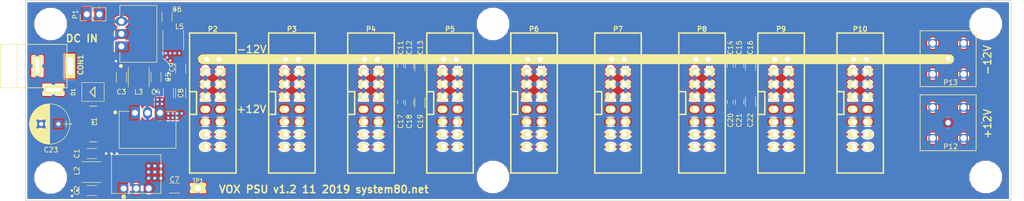
<source format=kicad_pcb>
(kicad_pcb (version 4) (host pcbnew 4.0.2-stable)
  (layers (0 F.Cu signal) (1 In1.Cu signal) (2 In2.Cu signal) (31 B.Cu signal) (34 B.Paste user) (35 F.Paste user) (36 B.SilkS user) (37 F.SilkS user) (38 B.Mask user) (39 F.Mask user) (44 Edge.Cuts user))
  (net 0 "")
  (net 1 GND)
  (net 2 "Net-(C1-Pad1)")
  (net 3 "Net-(C2-Pad1)")
  (net 4 "Net-(C3-Pad1)")
  (net 5 "Net-(C4-Pad2)")
  (net 6 "Net-(C6-Pad2)")
  (net 7 +12V)
  (net 8 -12V)
  (net 9 +5V)
  (net 10 "Net-(CON1-Pad1)")
  (net 11 "Net-(D1-Pad2)")
  (net 12 /CV)
  (net 13 /GATE)
  (module MyModules:CUI_VXO780XX-500 (layer F.Cu) (at 60.5 109.25 180)
    (fp_text reference U3 hide)
    (fp_text value VX078-500 hide)
    (pad 1 thru_hole rect (at 2.54 -5.08 180) (size 1.8 1.8) (drill 1.2) (layers *.Cu *.Mask) (net 3 "Net-(C2-Pad1)"))
    (pad 2 thru_hole circle (at 0 -5.08 180) (size 1.8 1.8) (drill 1.2) (layers *.Cu *.Mask) (net 1 GND))
    (pad 3 thru_hole circle (at -2.54 -5.08 180) (size 1.8 1.8) (drill 1.2) (layers *.Cu *.Mask) (net 9 +5V))
  )
  (module Capacitors_SMD:C_1206 (layer F.Cu) (at 68.25 114.25)
    (fp_text reference C7 (at 0 -1.75) (layer F.SilkS))
    (fp_text value 22µF)
    (pad 1 smd rect (at -1.5 0) (size 1 1.6) (layers F.Cu F.Paste F.Mask) (net 9 +5V))
    (pad 2 smd rect (at 1.5 0) (size 1 1.6) (layers F.Cu F.Paste F.Mask) (net 1 GND))
  )
  (module MyModules:HOLE-M3 (layer F.Cu) (at 239.9 111.7)
    (fp_text reference HOLE-M3 hide)
    (fp_text value VAL** hide)
    (pad "" np_thru_hole circle (at -107.2 0.3) (size 3.1 3.1) (drill 3.1) (layers *.Cu *.Mask F.SilkS) (clearance 1.75))
  )
  (module MyModules:HOLE-M3 (layer F.Cu) (at 132.7 80.96)
    (fp_text reference HOLE-M3 hide)
    (fp_text value VAL** hide)
    (pad "" np_thru_hole circle (at 0 0) (size 3.1 3.1) (drill 3.1) (layers *.Cu *.Mask F.SilkS) (clearance 1.75))
  )
  (module MyModules:HOLE-M3 (layer F.Cu) (at 232.41 80.96)
    (fp_text reference HOLE-M3 hide)
    (fp_text value VAL** hide)
    (pad "" np_thru_hole circle (at 0 0) (size 3.1 3.1) (drill 3.1) (layers *.Cu *.Mask F.SilkS) (clearance 1.75))
  )
  (module MyModules:HOLE-M3 (layer F.Cu) (at 232.41 112)
    (fp_text reference HOLE-M3 hide)
    (fp_text value VAL** hide)
    (pad "" np_thru_hole circle (at 0 0) (size 3.1 3.1) (drill 3.1) (layers *.Cu *.Mask F.SilkS) (clearance 1.75))
  )
  (module MyModules:HOLE-M3 (layer F.Cu) (at 43.18 80.97)
    (fp_text reference HOLE-M3 hide)
    (fp_text value VAL** hide)
    (pad "" np_thru_hole circle (at 0 0) (size 3.1 3.1) (drill 3.1) (layers *.Cu *.Mask F.SilkS) (clearance 1.75))
  )
  (module Capacitors_SMD:C_1206 (layer F.Cu) (at 51.5 107.25)
    (fp_text reference C1 (at -3 0 90) (layer F.SilkS))
    (fp_text value 4.7µ)
    (pad 1 smd rect (at -1.5 0) (size 1 1.6) (layers F.Cu F.Paste F.Mask) (net 2 "Net-(C1-Pad1)"))
    (pad 2 smd rect (at 1.5 0) (size 1 1.6) (layers F.Cu F.Paste F.Mask) (net 1 GND))
  )
  (module Capacitors_SMD:C_1206 (layer F.Cu) (at 51.5 114.75 180)
    (fp_text reference C2 (at 3 0 270) (layer F.SilkS))
    (fp_text value " 10µ")
    (pad 1 smd rect (at -1.5 0 180) (size 1 1.6) (layers F.Cu F.Paste F.Mask) (net 3 "Net-(C2-Pad1)"))
    (pad 2 smd rect (at 1.5 0 180) (size 1 1.6) (layers F.Cu F.Paste F.Mask) (net 1 GND))
  )
  (module Capacitors_SMD:C_1206 (layer F.Cu) (at 57.5 91.75 90)
    (fp_text reference C3 (at -3 0 180) (layer F.SilkS))
    (fp_text value " 10µ")
    (pad 1 smd rect (at -1.5 0 90) (size 1 1.6) (layers F.Cu F.Paste F.Mask) (net 4 "Net-(C3-Pad1)"))
    (pad 2 smd rect (at 1.5 0 90) (size 1 1.6) (layers F.Cu F.Paste F.Mask) (net 1 GND))
  )
  (module Capacitors_SMD:C_1206 (layer F.Cu) (at 64.5 91.75 90)
    (fp_text reference C4 (at -3 0 180) (layer F.SilkS))
    (fp_text value " 10µ")
    (pad 1 smd rect (at -1.5 0 90) (size 1 1.6) (layers F.Cu F.Paste F.Mask) (net 1 GND))
    (pad 2 smd rect (at 1.5 0 90) (size 1 1.6) (layers F.Cu F.Paste F.Mask) (net 5 "Net-(C4-Pad2)"))
  )
  (module Capacitors_SMD:C_1206 (layer F.Cu) (at 67 95 90)
    (fp_text reference C5 (at 3.25 0 90) (layer F.SilkS))
    (fp_text value 22µF)
    (pad 1 smd rect (at -1.5 0 90) (size 1 1.6) (layers F.Cu F.Paste F.Mask) (net 7 +12V))
    (pad 2 smd rect (at 1.5 0 90) (size 1 1.6) (layers F.Cu F.Paste F.Mask) (net 1 GND))
  )
  (module Capacitors_SMD:C_1206 (layer F.Cu) (at 66.75 79.5 270)
    (fp_text reference C6 (at -1.5 -2 360) (layer F.SilkS))
    (fp_text value 22µF)
    (pad 1 smd rect (at -1.5 0 270) (size 1 1.6) (layers F.Cu F.Paste F.Mask) (net 1 GND))
    (pad 2 smd rect (at 1.5 0 270) (size 1 1.6) (layers F.Cu F.Paste F.Mask) (net 6 "Net-(C6-Pad2)"))
  )
  (module Capacitors_SMD:C_1206 (layer F.Cu) (at 69.5 95 90)
    (fp_text reference C8 (at 0 0 90) (layer F.SilkS))
    (fp_text value 22µF)
    (pad 1 smd rect (at -1.5 0 90) (size 1 1.6) (layers F.Cu F.Paste F.Mask) (net 7 +12V))
    (pad 2 smd rect (at 1.5 0 90) (size 1 1.6) (layers F.Cu F.Paste F.Mask) (net 1 GND))
  )
  (module Capacitors_SMD:C_1206 (layer F.Cu) (at 69.5 90 90)
    (fp_text reference C9 (at 0.25 -1.75 270) (layer F.SilkS))
    (fp_text value 22µF)
    (pad 1 smd rect (at -1.5 0 90) (size 1 1.6) (layers F.Cu F.Paste F.Mask) (net 1 GND))
    (pad 2 smd rect (at 1.5 0 90) (size 1 1.6) (layers F.Cu F.Paste F.Mask) (net 8 -12V))
  )
  (module MyModules:SMB-1C2A (layer F.Cu) (at 51.75 94.75)
    (fp_text reference D1 (at -4 0 90) (layer F.SilkS) (effects (font (size 0.8 0.8))))
    (fp_text value MBRS240LT3G hide)
    (pad 2 smd rect (at 2.19964 0) (size 2.39776 2.39776) (layers F.Cu F.Paste F.Mask) (net 11 "Net-(D1-Pad2)"))
    (pad 1 smd rect (at -2.19964 0) (size 2.39776 2.39776) (layers F.Cu F.Paste F.Mask) (net 2 "Net-(C1-Pad1)"))
  )
  (module MyModules:TEST_POINT_LOOP_4592 (layer F.Cu) (at 73 114.25)
    (fp_text reference TP1 (at 0 -1.5) (layer F.SilkS) (effects (font (size 0.8128 0.8128) (thickness 0.1524))))
    (fp_text value CONN_1 hide)
    (pad 1 thru_hole rect (at 0 0) (size 2.8 1.6) (drill 1.19) (layers *.Cu *.Mask F.SilkS) (net 1 GND))
  )
  (module w_conn_strip:vasch_strip_8x2 (layer F.Cu) (at 191 97 270)
    (fp_text reference P9 (at -15 0 360) (layer F.SilkS) (effects (font (thickness 0.2032))))
    (fp_text value CONN_02X08 hide)
    (pad 16 thru_hole oval (at 8.89 -1.27 270) (size 1.5 2) (drill 1 (offset 0 -0.25)) (layers *.Cu *.Mask F.SilkS) (net 13 /GATE))
    (pad 15 thru_hole oval (at 8.89 1.27 270) (size 1.5 2) (drill 1 (offset 0 0.25)) (layers *.Cu *.Mask F.SilkS) (net 13 /GATE))
    (pad 13 thru_hole oval (at 6.35 1.27 270) (size 1.5 2) (drill 1 (offset 0 0.25)) (layers *.Cu *.Mask F.SilkS) (net 12 /CV))
    (pad 14 thru_hole oval (at 6.35 -1.27 270) (size 1.5 2) (drill 1 (offset 0 -0.25)) (layers *.Cu *.Mask F.SilkS) (net 12 /CV))
    (pad 12 thru_hole oval (at 3.81 -1.27 270) (size 1.5 2) (drill 1 (offset 0 -0.25)) (layers *.Cu *.Mask F.SilkS) (net 9 +5V))
    (pad 11 thru_hole oval (at 3.81 1.27 270) (size 1.5 2) (drill 1 (offset 0 0.25)) (layers *.Cu *.Mask F.SilkS) (net 9 +5V))
    (pad 9 thru_hole oval (at 1.27 1.27 270) (size 1.5 2) (drill 1 (offset 0 0.25)) (layers *.Cu *.Mask F.SilkS) (net 7 +12V))
    (pad 10 thru_hole oval (at 1.27 -1.27 270) (size 1.5 2) (drill 1 (offset 0 -0.25)) (layers *.Cu *.Mask F.SilkS) (net 7 +12V))
    (pad 8 thru_hole oval (at -1.27 -1.27 270) (size 1.5 2) (drill 1 (offset 0 -0.25)) (layers *.Cu *.Mask F.SilkS) (net 1 GND))
    (pad 7 thru_hole oval (at -1.27 1.27 270) (size 1.5 2) (drill 1 (offset 0 0.25)) (layers *.Cu *.Mask F.SilkS) (net 1 GND))
    (pad 1 thru_hole rect (at -8.89 1.27 270) (size 1.5 2) (drill 1 (offset 0 0.25)) (layers *.Cu *.Mask F.SilkS) (net 8 -12V))
    (pad 2 thru_hole oval (at -8.89 -1.27 270) (size 1.5 2) (drill 1 (offset 0 -0.25)) (layers *.Cu *.Mask F.SilkS) (net 8 -12V))
    (pad 3 thru_hole oval (at -6.35 1.27 270) (size 1.5 2) (drill 1 (offset 0 0.25)) (layers *.Cu *.Mask F.SilkS) (net 1 GND))
    (pad 4 thru_hole oval (at -6.35 -1.27 270) (size 1.5 2) (drill 1 (offset 0 -0.25)) (layers *.Cu *.Mask F.SilkS) (net 1 GND))
    (pad 5 thru_hole oval (at -3.81 1.27 270) (size 1.5 2) (drill 1 (offset 0 0.25)) (layers *.Cu *.Mask F.SilkS) (net 1 GND))
    (pad 6 thru_hole oval (at -3.81 -1.27 270) (size 1.5 2) (drill 1 (offset 0 -0.25)) (layers *.Cu *.Mask F.SilkS) (net 1 GND))
  )
  (module w_conn_strip:vasch_strip_8x2 (layer F.Cu) (at 175 97 270)
    (fp_text reference P8 (at -15 0 360) (layer F.SilkS) (effects (font (thickness 0.2032))))
    (fp_text value CONN_02X08 hide)
    (pad 16 thru_hole oval (at 8.89 -1.27 270) (size 1.5 2) (drill 1 (offset 0 -0.25)) (layers *.Cu *.Mask F.SilkS) (net 13 /GATE))
    (pad 15 thru_hole oval (at 8.89 1.27 270) (size 1.5 2) (drill 1 (offset 0 0.25)) (layers *.Cu *.Mask F.SilkS) (net 13 /GATE))
    (pad 13 thru_hole oval (at 6.35 1.27 270) (size 1.5 2) (drill 1 (offset 0 0.25)) (layers *.Cu *.Mask F.SilkS) (net 12 /CV))
    (pad 14 thru_hole oval (at 6.35 -1.27 270) (size 1.5 2) (drill 1 (offset 0 -0.25)) (layers *.Cu *.Mask F.SilkS) (net 12 /CV))
    (pad 12 thru_hole oval (at 3.81 -1.27 270) (size 1.5 2) (drill 1 (offset 0 -0.25)) (layers *.Cu *.Mask F.SilkS) (net 9 +5V))
    (pad 11 thru_hole oval (at 3.81 1.27 270) (size 1.5 2) (drill 1 (offset 0 0.25)) (layers *.Cu *.Mask F.SilkS) (net 9 +5V))
    (pad 9 thru_hole oval (at 1.27 1.27 270) (size 1.5 2) (drill 1 (offset 0 0.25)) (layers *.Cu *.Mask F.SilkS) (net 7 +12V))
    (pad 10 thru_hole oval (at 1.27 -1.27 270) (size 1.5 2) (drill 1 (offset 0 -0.25)) (layers *.Cu *.Mask F.SilkS) (net 7 +12V))
    (pad 8 thru_hole oval (at -1.27 -1.27 270) (size 1.5 2) (drill 1 (offset 0 -0.25)) (layers *.Cu *.Mask F.SilkS) (net 1 GND))
    (pad 7 thru_hole oval (at -1.27 1.27 270) (size 1.5 2) (drill 1 (offset 0 0.25)) (layers *.Cu *.Mask F.SilkS) (net 1 GND))
    (pad 1 thru_hole rect (at -8.89 1.27 270) (size 1.5 2) (drill 1 (offset 0 0.25)) (layers *.Cu *.Mask F.SilkS) (net 8 -12V))
    (pad 2 thru_hole oval (at -8.89 -1.27 270) (size 1.5 2) (drill 1 (offset 0 -0.25)) (layers *.Cu *.Mask F.SilkS) (net 8 -12V))
    (pad 3 thru_hole oval (at -6.35 1.27 270) (size 1.5 2) (drill 1 (offset 0 0.25)) (layers *.Cu *.Mask F.SilkS) (net 1 GND))
    (pad 4 thru_hole oval (at -6.35 -1.27 270) (size 1.5 2) (drill 1 (offset 0 -0.25)) (layers *.Cu *.Mask F.SilkS) (net 1 GND))
    (pad 5 thru_hole oval (at -3.81 1.27 270) (size 1.5 2) (drill 1 (offset 0 0.25)) (layers *.Cu *.Mask F.SilkS) (net 1 GND))
    (pad 6 thru_hole oval (at -3.81 -1.27 270) (size 1.5 2) (drill 1 (offset 0 -0.25)) (layers *.Cu *.Mask F.SilkS) (net 1 GND))
  )
  (module w_conn_strip:vasch_strip_8x2 (layer F.Cu) (at 158 97 270)
    (fp_text reference P7 (at -15 0 360) (layer F.SilkS) (effects (font (thickness 0.2032))))
    (fp_text value CONN_02X08 hide)
    (pad 16 thru_hole oval (at 8.89 -1.27 270) (size 1.5 2) (drill 1 (offset 0 -0.25)) (layers *.Cu *.Mask F.SilkS) (net 13 /GATE))
    (pad 15 thru_hole oval (at 8.89 1.27 270) (size 1.5 2) (drill 1 (offset 0 0.25)) (layers *.Cu *.Mask F.SilkS) (net 13 /GATE))
    (pad 13 thru_hole oval (at 6.35 1.27 270) (size 1.5 2) (drill 1 (offset 0 0.25)) (layers *.Cu *.Mask F.SilkS) (net 12 /CV))
    (pad 14 thru_hole oval (at 6.35 -1.27 270) (size 1.5 2) (drill 1 (offset 0 -0.25)) (layers *.Cu *.Mask F.SilkS) (net 12 /CV))
    (pad 12 thru_hole oval (at 3.81 -1.27 270) (size 1.5 2) (drill 1 (offset 0 -0.25)) (layers *.Cu *.Mask F.SilkS) (net 9 +5V))
    (pad 11 thru_hole oval (at 3.81 1.27 270) (size 1.5 2) (drill 1 (offset 0 0.25)) (layers *.Cu *.Mask F.SilkS) (net 9 +5V))
    (pad 9 thru_hole oval (at 1.27 1.27 270) (size 1.5 2) (drill 1 (offset 0 0.25)) (layers *.Cu *.Mask F.SilkS) (net 7 +12V))
    (pad 10 thru_hole oval (at 1.27 -1.27 270) (size 1.5 2) (drill 1 (offset 0 -0.25)) (layers *.Cu *.Mask F.SilkS) (net 7 +12V))
    (pad 8 thru_hole oval (at -1.27 -1.27 270) (size 1.5 2) (drill 1 (offset 0 -0.25)) (layers *.Cu *.Mask F.SilkS) (net 1 GND))
    (pad 7 thru_hole oval (at -1.27 1.27 270) (size 1.5 2) (drill 1 (offset 0 0.25)) (layers *.Cu *.Mask F.SilkS) (net 1 GND))
    (pad 1 thru_hole rect (at -8.89 1.27 270) (size 1.5 2) (drill 1 (offset 0 0.25)) (layers *.Cu *.Mask F.SilkS) (net 8 -12V))
    (pad 2 thru_hole oval (at -8.89 -1.27 270) (size 1.5 2) (drill 1 (offset 0 -0.25)) (layers *.Cu *.Mask F.SilkS) (net 8 -12V))
    (pad 3 thru_hole oval (at -6.35 1.27 270) (size 1.5 2) (drill 1 (offset 0 0.25)) (layers *.Cu *.Mask F.SilkS) (net 1 GND))
    (pad 4 thru_hole oval (at -6.35 -1.27 270) (size 1.5 2) (drill 1 (offset 0 -0.25)) (layers *.Cu *.Mask F.SilkS) (net 1 GND))
    (pad 5 thru_hole oval (at -3.81 1.27 270) (size 1.5 2) (drill 1 (offset 0 0.25)) (layers *.Cu *.Mask F.SilkS) (net 1 GND))
    (pad 6 thru_hole oval (at -3.81 -1.27 270) (size 1.5 2) (drill 1 (offset 0 -0.25)) (layers *.Cu *.Mask F.SilkS) (net 1 GND))
  )
  (module w_conn_strip:vasch_strip_8x2 (layer F.Cu) (at 141 97 270)
    (fp_text reference P6 (at -15 0 360) (layer F.SilkS) (effects (font (thickness 0.2032))))
    (fp_text value CONN_02X08 hide)
    (pad 16 thru_hole oval (at 8.89 -1.27 270) (size 1.5 2) (drill 1 (offset 0 -0.25)) (layers *.Cu *.Mask F.SilkS) (net 13 /GATE))
    (pad 15 thru_hole oval (at 8.89 1.27 270) (size 1.5 2) (drill 1 (offset 0 0.25)) (layers *.Cu *.Mask F.SilkS) (net 13 /GATE))
    (pad 13 thru_hole oval (at 6.35 1.27 270) (size 1.5 2) (drill 1 (offset 0 0.25)) (layers *.Cu *.Mask F.SilkS) (net 12 /CV))
    (pad 14 thru_hole oval (at 6.35 -1.27 270) (size 1.5 2) (drill 1 (offset 0 -0.25)) (layers *.Cu *.Mask F.SilkS) (net 12 /CV))
    (pad 12 thru_hole oval (at 3.81 -1.27 270) (size 1.5 2) (drill 1 (offset 0 -0.25)) (layers *.Cu *.Mask F.SilkS) (net 9 +5V))
    (pad 11 thru_hole oval (at 3.81 1.27 270) (size 1.5 2) (drill 1 (offset 0 0.25)) (layers *.Cu *.Mask F.SilkS) (net 9 +5V))
    (pad 9 thru_hole oval (at 1.27 1.27 270) (size 1.5 2) (drill 1 (offset 0 0.25)) (layers *.Cu *.Mask F.SilkS) (net 7 +12V))
    (pad 10 thru_hole oval (at 1.27 -1.27 270) (size 1.5 2) (drill 1 (offset 0 -0.25)) (layers *.Cu *.Mask F.SilkS) (net 7 +12V))
    (pad 8 thru_hole oval (at -1.27 -1.27 270) (size 1.5 2) (drill 1 (offset 0 -0.25)) (layers *.Cu *.Mask F.SilkS) (net 1 GND))
    (pad 7 thru_hole oval (at -1.27 1.27 270) (size 1.5 2) (drill 1 (offset 0 0.25)) (layers *.Cu *.Mask F.SilkS) (net 1 GND))
    (pad 1 thru_hole rect (at -8.89 1.27 270) (size 1.5 2) (drill 1 (offset 0 0.25)) (layers *.Cu *.Mask F.SilkS) (net 8 -12V))
    (pad 2 thru_hole oval (at -8.89 -1.27 270) (size 1.5 2) (drill 1 (offset 0 -0.25)) (layers *.Cu *.Mask F.SilkS) (net 8 -12V))
    (pad 3 thru_hole oval (at -6.35 1.27 270) (size 1.5 2) (drill 1 (offset 0 0.25)) (layers *.Cu *.Mask F.SilkS) (net 1 GND))
    (pad 4 thru_hole oval (at -6.35 -1.27 270) (size 1.5 2) (drill 1 (offset 0 -0.25)) (layers *.Cu *.Mask F.SilkS) (net 1 GND))
    (pad 5 thru_hole oval (at -3.81 1.27 270) (size 1.5 2) (drill 1 (offset 0 0.25)) (layers *.Cu *.Mask F.SilkS) (net 1 GND))
    (pad 6 thru_hole oval (at -3.81 -1.27 270) (size 1.5 2) (drill 1 (offset 0 -0.25)) (layers *.Cu *.Mask F.SilkS) (net 1 GND))
  )
  (module w_conn_strip:vasch_strip_8x2 (layer F.Cu) (at 124 97 270)
    (fp_text reference P5 (at -15 0 360) (layer F.SilkS) (effects (font (thickness 0.2032))))
    (fp_text value CONN_02X08 hide)
    (pad 16 thru_hole oval (at 8.89 -1.27 270) (size 1.5 2) (drill 1 (offset 0 -0.25)) (layers *.Cu *.Mask F.SilkS) (net 13 /GATE))
    (pad 15 thru_hole oval (at 8.89 1.27 270) (size 1.5 2) (drill 1 (offset 0 0.25)) (layers *.Cu *.Mask F.SilkS) (net 13 /GATE))
    (pad 13 thru_hole oval (at 6.35 1.27 270) (size 1.5 2) (drill 1 (offset 0 0.25)) (layers *.Cu *.Mask F.SilkS) (net 12 /CV))
    (pad 14 thru_hole oval (at 6.35 -1.27 270) (size 1.5 2) (drill 1 (offset 0 -0.25)) (layers *.Cu *.Mask F.SilkS) (net 12 /CV))
    (pad 12 thru_hole oval (at 3.81 -1.27 270) (size 1.5 2) (drill 1 (offset 0 -0.25)) (layers *.Cu *.Mask F.SilkS) (net 9 +5V))
    (pad 11 thru_hole oval (at 3.81 1.27 270) (size 1.5 2) (drill 1 (offset 0 0.25)) (layers *.Cu *.Mask F.SilkS) (net 9 +5V))
    (pad 9 thru_hole oval (at 1.27 1.27 270) (size 1.5 2) (drill 1 (offset 0 0.25)) (layers *.Cu *.Mask F.SilkS) (net 7 +12V))
    (pad 10 thru_hole oval (at 1.27 -1.27 270) (size 1.5 2) (drill 1 (offset 0 -0.25)) (layers *.Cu *.Mask F.SilkS) (net 7 +12V))
    (pad 8 thru_hole oval (at -1.27 -1.27 270) (size 1.5 2) (drill 1 (offset 0 -0.25)) (layers *.Cu *.Mask F.SilkS) (net 1 GND))
    (pad 7 thru_hole oval (at -1.27 1.27 270) (size 1.5 2) (drill 1 (offset 0 0.25)) (layers *.Cu *.Mask F.SilkS) (net 1 GND))
    (pad 1 thru_hole rect (at -8.89 1.27 270) (size 1.5 2) (drill 1 (offset 0 0.25)) (layers *.Cu *.Mask F.SilkS) (net 8 -12V))
    (pad 2 thru_hole oval (at -8.89 -1.27 270) (size 1.5 2) (drill 1 (offset 0 -0.25)) (layers *.Cu *.Mask F.SilkS) (net 8 -12V))
    (pad 3 thru_hole oval (at -6.35 1.27 270) (size 1.5 2) (drill 1 (offset 0 0.25)) (layers *.Cu *.Mask F.SilkS) (net 1 GND))
    (pad 4 thru_hole oval (at -6.35 -1.27 270) (size 1.5 2) (drill 1 (offset 0 -0.25)) (layers *.Cu *.Mask F.SilkS) (net 1 GND))
    (pad 5 thru_hole oval (at -3.81 1.27 270) (size 1.5 2) (drill 1 (offset 0 0.25)) (layers *.Cu *.Mask F.SilkS) (net 1 GND))
    (pad 6 thru_hole oval (at -3.81 -1.27 270) (size 1.5 2) (drill 1 (offset 0 -0.25)) (layers *.Cu *.Mask F.SilkS) (net 1 GND))
  )
  (module w_conn_strip:vasch_strip_8x2 (layer F.Cu) (at 108 97 270)
    (fp_text reference P4 (at -15 0 360) (layer F.SilkS) (effects (font (thickness 0.2032))))
    (fp_text value CONN_02X08 hide)
    (pad 16 thru_hole oval (at 8.89 -1.27 270) (size 1.5 2) (drill 1 (offset 0 -0.25)) (layers *.Cu *.Mask F.SilkS) (net 13 /GATE))
    (pad 15 thru_hole oval (at 8.89 1.27 270) (size 1.5 2) (drill 1 (offset 0 0.25)) (layers *.Cu *.Mask F.SilkS) (net 13 /GATE))
    (pad 13 thru_hole oval (at 6.35 1.27 270) (size 1.5 2) (drill 1 (offset 0 0.25)) (layers *.Cu *.Mask F.SilkS) (net 12 /CV))
    (pad 14 thru_hole oval (at 6.35 -1.27 270) (size 1.5 2) (drill 1 (offset 0 -0.25)) (layers *.Cu *.Mask F.SilkS) (net 12 /CV))
    (pad 12 thru_hole oval (at 3.81 -1.27 270) (size 1.5 2) (drill 1 (offset 0 -0.25)) (layers *.Cu *.Mask F.SilkS) (net 9 +5V))
    (pad 11 thru_hole oval (at 3.81 1.27 270) (size 1.5 2) (drill 1 (offset 0 0.25)) (layers *.Cu *.Mask F.SilkS) (net 9 +5V))
    (pad 9 thru_hole oval (at 1.27 1.27 270) (size 1.5 2) (drill 1 (offset 0 0.25)) (layers *.Cu *.Mask F.SilkS) (net 7 +12V))
    (pad 10 thru_hole oval (at 1.27 -1.27 270) (size 1.5 2) (drill 1 (offset 0 -0.25)) (layers *.Cu *.Mask F.SilkS) (net 7 +12V))
    (pad 8 thru_hole oval (at -1.27 -1.27 270) (size 1.5 2) (drill 1 (offset 0 -0.25)) (layers *.Cu *.Mask F.SilkS) (net 1 GND))
    (pad 7 thru_hole oval (at -1.27 1.27 270) (size 1.5 2) (drill 1 (offset 0 0.25)) (layers *.Cu *.Mask F.SilkS) (net 1 GND))
    (pad 1 thru_hole rect (at -8.89 1.27 270) (size 1.5 2) (drill 1 (offset 0 0.25)) (layers *.Cu *.Mask F.SilkS) (net 8 -12V))
    (pad 2 thru_hole oval (at -8.89 -1.27 270) (size 1.5 2) (drill 1 (offset 0 -0.25)) (layers *.Cu *.Mask F.SilkS) (net 8 -12V))
    (pad 3 thru_hole oval (at -6.35 1.27 270) (size 1.5 2) (drill 1 (offset 0 0.25)) (layers *.Cu *.Mask F.SilkS) (net 1 GND))
    (pad 4 thru_hole oval (at -6.35 -1.27 270) (size 1.5 2) (drill 1 (offset 0 -0.25)) (layers *.Cu *.Mask F.SilkS) (net 1 GND))
    (pad 5 thru_hole oval (at -3.81 1.27 270) (size 1.5 2) (drill 1 (offset 0 0.25)) (layers *.Cu *.Mask F.SilkS) (net 1 GND))
    (pad 6 thru_hole oval (at -3.81 -1.27 270) (size 1.5 2) (drill 1 (offset 0 -0.25)) (layers *.Cu *.Mask F.SilkS) (net 1 GND))
  )
  (module w_conn_strip:vasch_strip_8x2 (layer F.Cu) (at 92 97 270)
    (fp_text reference P3 (at -15 0 360) (layer F.SilkS) (effects (font (thickness 0.2032))))
    (fp_text value CONN_02X08 hide)
    (pad 16 thru_hole oval (at 8.89 -1.27 270) (size 1.5 2) (drill 1 (offset 0 -0.25)) (layers *.Cu *.Mask F.SilkS) (net 13 /GATE))
    (pad 15 thru_hole oval (at 8.89 1.27 270) (size 1.5 2) (drill 1 (offset 0 0.25)) (layers *.Cu *.Mask F.SilkS) (net 13 /GATE))
    (pad 13 thru_hole oval (at 6.35 1.27 270) (size 1.5 2) (drill 1 (offset 0 0.25)) (layers *.Cu *.Mask F.SilkS) (net 12 /CV))
    (pad 14 thru_hole oval (at 6.35 -1.27 270) (size 1.5 2) (drill 1 (offset 0 -0.25)) (layers *.Cu *.Mask F.SilkS) (net 12 /CV))
    (pad 12 thru_hole oval (at 3.81 -1.27 270) (size 1.5 2) (drill 1 (offset 0 -0.25)) (layers *.Cu *.Mask F.SilkS) (net 9 +5V))
    (pad 11 thru_hole oval (at 3.81 1.27 270) (size 1.5 2) (drill 1 (offset 0 0.25)) (layers *.Cu *.Mask F.SilkS) (net 9 +5V))
    (pad 9 thru_hole oval (at 1.27 1.27 270) (size 1.5 2) (drill 1 (offset 0 0.25)) (layers *.Cu *.Mask F.SilkS) (net 7 +12V))
    (pad 10 thru_hole oval (at 1.27 -1.27 270) (size 1.5 2) (drill 1 (offset 0 -0.25)) (layers *.Cu *.Mask F.SilkS) (net 7 +12V))
    (pad 8 thru_hole oval (at -1.27 -1.27 270) (size 1.5 2) (drill 1 (offset 0 -0.25)) (layers *.Cu *.Mask F.SilkS) (net 1 GND))
    (pad 7 thru_hole oval (at -1.27 1.27 270) (size 1.5 2) (drill 1 (offset 0 0.25)) (layers *.Cu *.Mask F.SilkS) (net 1 GND))
    (pad 1 thru_hole rect (at -8.89 1.27 270) (size 1.5 2) (drill 1 (offset 0 0.25)) (layers *.Cu *.Mask F.SilkS) (net 8 -12V))
    (pad 2 thru_hole oval (at -8.89 -1.27 270) (size 1.5 2) (drill 1 (offset 0 -0.25)) (layers *.Cu *.Mask F.SilkS) (net 8 -12V))
    (pad 3 thru_hole oval (at -6.35 1.27 270) (size 1.5 2) (drill 1 (offset 0 0.25)) (layers *.Cu *.Mask F.SilkS) (net 1 GND))
    (pad 4 thru_hole oval (at -6.35 -1.27 270) (size 1.5 2) (drill 1 (offset 0 -0.25)) (layers *.Cu *.Mask F.SilkS) (net 1 GND))
    (pad 5 thru_hole oval (at -3.81 1.27 270) (size 1.5 2) (drill 1 (offset 0 0.25)) (layers *.Cu *.Mask F.SilkS) (net 1 GND))
    (pad 6 thru_hole oval (at -3.81 -1.27 270) (size 1.5 2) (drill 1 (offset 0 -0.25)) (layers *.Cu *.Mask F.SilkS) (net 1 GND))
  )
  (module Inductors_SMD:L_Taiyo-Yuden_NR-40xx (layer F.Cu) (at 51.5 111)
    (fp_text reference L2 (at -3 -0.25 90) (layer F.SilkS))
    (fp_text value 10µH)
    (pad 1 smd rect (at -1.4 0) (size 1.2 3.9) (layers F.Cu F.Paste F.Mask) (net 2 "Net-(C1-Pad1)"))
    (pad 2 smd rect (at 1.4 0) (size 1.2 3.9) (layers F.Cu F.Paste F.Mask) (net 3 "Net-(C2-Pad1)"))
  )
  (module Inductors_SMD:L_Taiyo-Yuden_NR-40xx (layer F.Cu) (at 61 91.75 90)
    (fp_text reference L3 (at -3 0 180) (layer F.SilkS))
    (fp_text value 10µH)
    (pad 1 smd rect (at -1.4 0 90) (size 1.2 3.9) (layers F.Cu F.Paste F.Mask) (net 4 "Net-(C3-Pad1)"))
    (pad 2 smd rect (at 1.4 0 90) (size 1.2 3.9) (layers F.Cu F.Paste F.Mask) (net 5 "Net-(C4-Pad2)"))
  )
  (module MyModules:2.1-MM-DC-EJ508A (layer F.Cu) (at 43.75 89.5 270)
    (fp_text reference CON1 (at -0.25 -5.5 450) (layer F.SilkS) (effects (font (size 1.016 1.016) (thickness 0.2032))))
    (fp_text value BARREL_JACK hide)
    (pad 2 thru_hole rect (at 0 3.25 270) (size 4 2) (drill oval 3.1 0.8) (layers *.Cu *.Mask F.SilkS) (net 1 GND))
    (pad 1 thru_hole rect (at 0 -3.4 270) (size 5 2) (drill oval 3.6 1.1) (layers *.Cu *.Mask F.SilkS) (net 10 "Net-(CON1-Pad1)"))
    (pad 3 thru_hole rect (at 4.8 0 270) (size 2 4) (drill oval 0.8 3.1) (layers *.Cu *.Mask F.SilkS) (net 1 GND))
  )
  (module Pin_Headers:Pin_Header_Straight_1x02_Pitch2.54mm (layer F.Cu) (at 50.5 79 90)
    (fp_text reference P1 (at 0 -2.33 90) (layer F.SilkS))
    (fp_text value CONN_01X02)
    (pad 1 thru_hole rect (at 0 0 90) (size 2.5 1.7) (drill 1.2) (layers *.Cu *.Mask) (net 10 "Net-(CON1-Pad1)"))
    (pad 2 thru_hole oval (at 0 2.54 90) (size 2.5 1.7) (drill 1.2) (layers *.Cu *.Mask) (net 11 "Net-(D1-Pad2)"))
  )
  (module Inductors_SMD:L_Taiyo-Yuden_NR-40xx (layer F.Cu) (at 68 84.25 270)
    (fp_text reference L5 (at -2.75 -1.25 360) (layer F.SilkS))
    (fp_text value 10µH)
    (pad 1 smd rect (at -1.4 0 270) (size 1.2 3.9) (layers F.Cu F.Paste F.Mask) (net 6 "Net-(C6-Pad2)"))
    (pad 2 smd rect (at 1.4 0 270) (size 1.2 3.9) (layers F.Cu F.Paste F.Mask) (net 8 -12V))
  )
  (module w_conn_strip:vasch_strip_8x2 (layer F.Cu) (at 76 97 270)
    (fp_text reference P2 (at -15 0 360) (layer F.SilkS) (effects (font (thickness 0.2032))))
    (fp_text value CONN_02X08 hide)
    (pad 16 thru_hole oval (at 8.89 -1.27 270) (size 1.5 2) (drill 1 (offset 0 -0.25)) (layers *.Cu *.Mask F.SilkS) (net 13 /GATE))
    (pad 15 thru_hole oval (at 8.89 1.27 270) (size 1.5 2) (drill 1 (offset 0 0.25)) (layers *.Cu *.Mask F.SilkS) (net 13 /GATE))
    (pad 13 thru_hole oval (at 6.35 1.27 270) (size 1.5 2) (drill 1 (offset 0 0.25)) (layers *.Cu *.Mask F.SilkS) (net 12 /CV))
    (pad 14 thru_hole oval (at 6.35 -1.27 270) (size 1.5 2) (drill 1 (offset 0 -0.25)) (layers *.Cu *.Mask F.SilkS) (net 12 /CV))
    (pad 12 thru_hole oval (at 3.81 -1.27 270) (size 1.5 2) (drill 1 (offset 0 -0.25)) (layers *.Cu *.Mask F.SilkS) (net 9 +5V))
    (pad 11 thru_hole oval (at 3.81 1.27 270) (size 1.5 2) (drill 1 (offset 0 0.25)) (layers *.Cu *.Mask F.SilkS) (net 9 +5V))
    (pad 9 thru_hole oval (at 1.27 1.27 270) (size 1.5 2) (drill 1 (offset 0 0.25)) (layers *.Cu *.Mask F.SilkS) (net 7 +12V))
    (pad 10 thru_hole oval (at 1.27 -1.27 270) (size 1.5 2) (drill 1 (offset 0 -0.25)) (layers *.Cu *.Mask F.SilkS) (net 7 +12V))
    (pad 8 thru_hole oval (at -1.27 -1.27 270) (size 1.5 2) (drill 1 (offset 0 -0.25)) (layers *.Cu *.Mask F.SilkS) (net 1 GND))
    (pad 7 thru_hole oval (at -1.27 1.27 270) (size 1.5 2) (drill 1 (offset 0 0.25)) (layers *.Cu *.Mask F.SilkS) (net 1 GND))
    (pad 1 thru_hole rect (at -8.89 1.27 270) (size 1.5 2) (drill 1 (offset 0 0.25)) (layers *.Cu *.Mask F.SilkS) (net 8 -12V))
    (pad 2 thru_hole oval (at -8.89 -1.27 270) (size 1.5 2) (drill 1 (offset 0 -0.25)) (layers *.Cu *.Mask F.SilkS) (net 8 -12V))
    (pad 3 thru_hole oval (at -6.35 1.27 270) (size 1.5 2) (drill 1 (offset 0 0.25)) (layers *.Cu *.Mask F.SilkS) (net 1 GND))
    (pad 4 thru_hole oval (at -6.35 -1.27 270) (size 1.5 2) (drill 1 (offset 0 -0.25)) (layers *.Cu *.Mask F.SilkS) (net 1 GND))
    (pad 5 thru_hole oval (at -3.81 1.27 270) (size 1.5 2) (drill 1 (offset 0 0.25)) (layers *.Cu *.Mask F.SilkS) (net 1 GND))
    (pad 6 thru_hole oval (at -3.81 -1.27 270) (size 1.5 2) (drill 1 (offset 0 -0.25)) (layers *.Cu *.Mask F.SilkS) (net 1 GND))
  )
  (module w_conn_strip:vasch_strip_8x2 (layer F.Cu) (at 207 97 270)
    (fp_text reference P10 (at -15 0 360) (layer F.SilkS) (effects (font (thickness 0.2032))))
    (fp_text value CONN_02X08 hide)
    (pad 16 thru_hole oval (at 8.89 -1.27 270) (size 1.5 2) (drill 1 (offset 0 -0.25)) (layers *.Cu *.Mask F.SilkS) (net 13 /GATE))
    (pad 15 thru_hole oval (at 8.89 1.27 270) (size 1.5 2) (drill 1 (offset 0 0.25)) (layers *.Cu *.Mask F.SilkS) (net 13 /GATE))
    (pad 13 thru_hole oval (at 6.35 1.27 270) (size 1.5 2) (drill 1 (offset 0 0.25)) (layers *.Cu *.Mask F.SilkS) (net 12 /CV))
    (pad 14 thru_hole oval (at 6.35 -1.27 270) (size 1.5 2) (drill 1 (offset 0 -0.25)) (layers *.Cu *.Mask F.SilkS) (net 12 /CV))
    (pad 12 thru_hole oval (at 3.81 -1.27 270) (size 1.5 2) (drill 1 (offset 0 -0.25)) (layers *.Cu *.Mask F.SilkS) (net 9 +5V))
    (pad 11 thru_hole oval (at 3.81 1.27 270) (size 1.5 2) (drill 1 (offset 0 0.25)) (layers *.Cu *.Mask F.SilkS) (net 9 +5V))
    (pad 9 thru_hole oval (at 1.27 1.27 270) (size 1.5 2) (drill 1 (offset 0 0.25)) (layers *.Cu *.Mask F.SilkS) (net 7 +12V))
    (pad 10 thru_hole oval (at 1.27 -1.27 270) (size 1.5 2) (drill 1 (offset 0 -0.25)) (layers *.Cu *.Mask F.SilkS) (net 7 +12V))
    (pad 8 thru_hole oval (at -1.27 -1.27 270) (size 1.5 2) (drill 1 (offset 0 -0.25)) (layers *.Cu *.Mask F.SilkS) (net 1 GND))
    (pad 7 thru_hole oval (at -1.27 1.27 270) (size 1.5 2) (drill 1 (offset 0 0.25)) (layers *.Cu *.Mask F.SilkS) (net 1 GND))
    (pad 1 thru_hole rect (at -8.89 1.27 270) (size 1.5 2) (drill 1 (offset 0 0.25)) (layers *.Cu *.Mask F.SilkS) (net 8 -12V))
    (pad 2 thru_hole oval (at -8.89 -1.27 270) (size 1.5 2) (drill 1 (offset 0 -0.25)) (layers *.Cu *.Mask F.SilkS) (net 8 -12V))
    (pad 3 thru_hole oval (at -6.35 1.27 270) (size 1.5 2) (drill 1 (offset 0 0.25)) (layers *.Cu *.Mask F.SilkS) (net 1 GND))
    (pad 4 thru_hole oval (at -6.35 -1.27 270) (size 1.5 2) (drill 1 (offset 0 -0.25)) (layers *.Cu *.Mask F.SilkS) (net 1 GND))
    (pad 5 thru_hole oval (at -3.81 1.27 270) (size 1.5 2) (drill 1 (offset 0 0.25)) (layers *.Cu *.Mask F.SilkS) (net 1 GND))
    (pad 6 thru_hole oval (at -3.81 -1.27 270) (size 1.5 2) (drill 1 (offset 0 -0.25)) (layers *.Cu *.Mask F.SilkS) (net 1 GND))
  )
  (module Capacitors_SMD:C_0603 (layer F.Cu) (at 114 89.4 90)
    (fp_text reference C11 (at 3.65 0 90) (layer F.SilkS))
    (fp_text value 0.1µ)
    (pad 2 smd rect (at 0.75 0 90) (size 0.8 0.75) (layers F.Cu F.Paste F.Mask) (net 8 -12V))
    (pad 1 smd rect (at -0.75 0 90) (size 0.8 0.75) (layers F.Cu F.Paste F.Mask) (net 1 GND))
  )
  (module Capacitors_SMD:C_0805 (layer F.Cu) (at 115.8 89.5 90)
    (fp_text reference C12 (at 3.75 -0.05 90) (layer F.SilkS))
    (fp_text value 1µ)
    (pad 1 smd rect (at -1 0 90) (size 1 1.25) (layers F.Cu F.Paste F.Mask) (net 1 GND))
    (pad 2 smd rect (at 1 0 90) (size 1 1.25) (layers F.Cu F.Paste F.Mask) (net 8 -12V))
  )
  (module Capacitors_SMD:C_1206 (layer F.Cu) (at 117.9 89.5 90)
    (fp_text reference C13 (at 3.75 0.1 90) (layer F.SilkS))
    (fp_text value " 10µ")
    (pad 1 smd rect (at -1.5 0 90) (size 1 1.6) (layers F.Cu F.Paste F.Mask) (net 1 GND))
    (pad 2 smd rect (at 1.5 0 90) (size 1 1.6) (layers F.Cu F.Paste F.Mask) (net 8 -12V))
  )
  (module Capacitors_SMD:C_0603 (layer F.Cu) (at 180.7 89.4 90)
    (fp_text reference C14 (at 3.65 0.05 90) (layer F.SilkS))
    (fp_text value 0.1µ)
    (pad 2 smd rect (at 0.75 0 90) (size 0.8 0.75) (layers F.Cu F.Paste F.Mask) (net 8 -12V))
    (pad 1 smd rect (at -0.75 0 90) (size 0.8 0.75) (layers F.Cu F.Paste F.Mask) (net 1 GND))
  )
  (module Capacitors_SMD:C_0805 (layer F.Cu) (at 182.6 89.3 90)
    (fp_text reference C15 (at 3.55 -0.1 90) (layer F.SilkS))
    (fp_text value 1µ)
    (pad 1 smd rect (at -1 0 90) (size 1 1.25) (layers F.Cu F.Paste F.Mask) (net 1 GND))
    (pad 2 smd rect (at 1 0 90) (size 1 1.25) (layers F.Cu F.Paste F.Mask) (net 8 -12V))
  )
  (module Capacitors_SMD:C_1206 (layer F.Cu) (at 184.8 89.4 90)
    (fp_text reference C16 (at 3.65 -0.05 90) (layer F.SilkS))
    (fp_text value " 10µ")
    (pad 1 smd rect (at -1.5 0 90) (size 1 1.6) (layers F.Cu F.Paste F.Mask) (net 1 GND))
    (pad 2 smd rect (at 1.5 0 90) (size 1 1.6) (layers F.Cu F.Paste F.Mask) (net 8 -12V))
  )
  (module Capacitors_SMD:C_0603 (layer F.Cu) (at 114 96.8 90)
    (fp_text reference C17 (at -3.95 0 90) (layer F.SilkS))
    (fp_text value 0.1µ)
    (pad 2 smd rect (at 0.75 0 90) (size 0.8 0.75) (layers F.Cu F.Paste F.Mask) (net 1 GND))
    (pad 1 smd rect (at -0.75 0 90) (size 0.8 0.75) (layers F.Cu F.Paste F.Mask) (net 7 +12V))
  )
  (module Capacitors_SMD:C_0805 (layer F.Cu) (at 115.8 96.9 90)
    (fp_text reference C18 (at -3.85 -0.05 90) (layer F.SilkS))
    (fp_text value 1µ)
    (pad 1 smd rect (at -1 0 90) (size 1 1.25) (layers F.Cu F.Paste F.Mask) (net 7 +12V))
    (pad 2 smd rect (at 1 0 90) (size 1 1.25) (layers F.Cu F.Paste F.Mask) (net 1 GND))
  )
  (module Capacitors_SMD:C_1206 (layer F.Cu) (at 117.9 96.9 90)
    (fp_text reference C19 (at -3.85 0.1 90) (layer F.SilkS))
    (fp_text value " 10µ")
    (pad 1 smd rect (at -1.5 0 90) (size 1 1.6) (layers F.Cu F.Paste F.Mask) (net 7 +12V))
    (pad 2 smd rect (at 1.5 0 90) (size 1 1.6) (layers F.Cu F.Paste F.Mask) (net 1 GND))
  )
  (module Capacitors_SMD:C_0603 (layer F.Cu) (at 180.7 96.8 90)
    (fp_text reference C20 (at -3.7 0.05 90) (layer F.SilkS))
    (fp_text value 0.1µ)
    (pad 2 smd rect (at 0.75 0 90) (size 0.8 0.75) (layers F.Cu F.Paste F.Mask) (net 1 GND))
    (pad 1 smd rect (at -0.75 0 90) (size 0.8 0.75) (layers F.Cu F.Paste F.Mask) (net 7 +12V))
  )
  (module Capacitors_SMD:C_0805 (layer F.Cu) (at 182.6 96.8 90)
    (fp_text reference C21 (at -3.7 -0.1 90) (layer F.SilkS))
    (fp_text value 1µ)
    (pad 1 smd rect (at -1 0 90) (size 1 1.25) (layers F.Cu F.Paste F.Mask) (net 7 +12V))
    (pad 2 smd rect (at 1 0 90) (size 1 1.25) (layers F.Cu F.Paste F.Mask) (net 1 GND))
  )
  (module Capacitors_SMD:C_1206 (layer F.Cu) (at 184.8 96.75 90)
    (fp_text reference C22 (at -3.75 -0.05 90) (layer F.SilkS))
    (fp_text value " 10µ")
    (pad 1 smd rect (at -1.5 0 90) (size 1 1.6) (layers F.Cu F.Paste F.Mask) (net 7 +12V))
    (pad 2 smd rect (at 1.5 0 90) (size 1 1.6) (layers F.Cu F.Paste F.Mask) (net 1 GND))
  )
  (module Capacitors_THT:CP_Radial_D8.0mm_P3.50mm (layer F.Cu) (at 44.75 101.25 180)
    (fp_text reference C23 (at 1.5 -5.25 360) (layer F.SilkS))
    (fp_text value 220µ)
    (pad 1 thru_hole rect (at 0 0 180) (size 1.6 1.6) (drill 0.8) (layers *.Cu *.Mask) (net 2 "Net-(C1-Pad1)"))
    (pad 2 thru_hole circle (at 3.5 0 180) (size 1.6 1.6) (drill 0.8) (layers *.Cu *.Mask) (net 1 GND))
  )
  (module MyModules:5-1634503-1_BNC_PCB (layer F.Cu) (at 224.8 101)
    (fp_text reference P12 (at 0.508 4.826) (layer F.SilkS))
    (fp_text value BNC hide)
    (fp_text user * (at 0 0) (layer F.SilkS))
    (pad 1 thru_hole circle (at 0 0) (size 1.524 1.524) (drill 1.016) (layers *.Cu *.Mask) (net 7 +12V))
    (pad 2 thru_hole circle (at -3.13 -3.13) (size 1.778 1.778) (drill 1.27) (layers *.Cu *.Mask) (net 1 GND))
    (pad 2 thru_hole circle (at -3.13 3.13) (size 1.778 1.778) (drill 1.27) (layers *.Cu *.Mask) (net 1 GND))
    (pad 2 thru_hole circle (at 3.13 3.13) (size 1.778 1.778) (drill 1.27) (layers *.Cu *.Mask) (net 1 GND))
    (pad 2 thru_hole circle (at 3.13 -3.13) (size 1.778 1.778) (drill 1.27) (layers *.Cu *.Mask) (net 1 GND))
  )
  (module MyModules:5-1634503-1_BNC_PCB (layer F.Cu) (at 224.8 88)
    (fp_text reference P13 (at 0.508 4.826) (layer F.SilkS))
    (fp_text value BNC hide)
    (fp_text user * (at 0 0) (layer F.SilkS))
    (pad 1 thru_hole circle (at 0 0) (size 1.524 1.524) (drill 1.016) (layers *.Cu *.Mask) (net 8 -12V))
    (pad 2 thru_hole circle (at -3.13 -3.13) (size 1.778 1.778) (drill 1.27) (layers *.Cu *.Mask) (net 1 GND))
    (pad 2 thru_hole circle (at -3.13 3.13) (size 1.778 1.778) (drill 1.27) (layers *.Cu *.Mask) (net 1 GND))
    (pad 2 thru_hole circle (at 3.13 3.13) (size 1.778 1.778) (drill 1.27) (layers *.Cu *.Mask) (net 1 GND))
    (pad 2 thru_hole circle (at 3.13 -3.13) (size 1.778 1.778) (drill 1.27) (layers *.Cu *.Mask) (net 1 GND))
  )
  (module MyModules:HOLE-M3 (layer F.Cu) (at 43.18 112.1)
    (fp_text reference HOLE-M3 hide)
    (fp_text value VAL** hide)
    (pad "" np_thru_hole circle (at 0 0) (size 3.1 3.1) (drill 3.1) (layers *.Cu *.Mask F.SilkS) (clearance 1.75))
  )
  (module MyModules:SRR6038-120Y (layer F.Cu) (at 51.75 101.25)
    (fp_text reference L1 (at 0.25 -0.5 90) (layer F.SilkS))
    (fp_text value 12µH hide)
    (fp_text user * (at 0 0) (layer F.SilkS))
    (pad 1 smd rect (at -2.3495 0) (size 2.5908 7.2898) (layers F.Cu F.Paste F.Mask) (net 2 "Net-(C1-Pad1)"))
    (pad 2 smd rect (at 2.3495 0) (size 2.5908 7.2898) (layers F.Cu F.Paste F.Mask) (net 4 "Net-(C3-Pad1)"))
  )
  (module MyModules:CONV_VXO78012-1000 (layer F.Cu) (at 57.5 85.5 90)
    (fp_text reference U2 hide)
    (fp_text value VX078012-1000 hide)
    (pad 1 thru_hole rect (at 0 0 90) (size 1.8 2.5) (drill 1.2) (layers *.Cu *.Mask) (net 5 "Net-(C4-Pad2)"))
    (pad 2 thru_hole oval (at 2.54 0 90) (size 1.8 2.5) (drill 1.2) (layers *.Cu *.Mask) (net 6 "Net-(C6-Pad2)"))
    (pad 3 thru_hole oval (at 5.08 0 90) (size 1.8 2.5) (drill 1.2) (layers *.Cu *.Mask) (net 1 GND))
  )
  (module MyModules:CONV_VXO78012-1000 (layer F.Cu) (at 60.25 99)
    (fp_text reference U1 hide)
    (fp_text value VX078012-1000 hide)
    (pad 1 thru_hole rect (at 0 0) (size 1.8 2.5) (drill 1.2) (layers *.Cu *.Mask) (net 4 "Net-(C3-Pad1)"))
    (pad 2 thru_hole oval (at 2.54 0) (size 1.8 2.5) (drill 1.2) (layers *.Cu *.Mask) (net 1 GND))
    (pad 3 thru_hole oval (at 5.08 0) (size 1.8 2.5) (drill 1.2) (layers *.Cu *.Mask) (net 7 +12V))
  )
  (gr_text +12V (at 232.75 101.2 90) (layer F.SilkS) (effects (font (size 1.5 1.5) (thickness 0.25))))
  (gr_text -12V (at 232.75 88.25 90) (layer F.SilkS) (effects (font (size 1.5 1.5) (thickness 0.25))))
  (gr_text +12V (at 83.8 98.25) (layer F.SilkS) (effects (font (size 1.5 1.5) (thickness 0.25))))
  (gr_text "VOX PSU" (at 82.25 114.5) (layer F.SilkS) (effects (font (size 1.5 1.5) (thickness 0.3))))
  (gr_text "v1.2 11 2019" (at 96 114.5) (layer F.SilkS) (effects (font (size 1.5 1.5) (thickness 0.3))))
  (gr_text system80.net (at 112.25 114.5) (layer F.SilkS) (effects (font (size 1.5 1.5) (thickness 0.3))))
  (gr_text "DC IN" (at 49.5 83.9) (layer F.SilkS) (effects (font (size 1.5 1.5) (thickness 0.3))))
  (gr_text -12V (at 83.85 86.1) (layer F.SilkS) (effects (font (size 1.5 1.5) (thickness 0.25))))
  (gr_line (start 74 88.1) (end 225 88.1) (angle 90) (layer F.SilkS) (width 2))
  (gr_line (start 38.1 116.84) (end 38.1 76.2) (layer Edge.Cuts) (width 0.15))
  (gr_line (start 237.49 116.84) (end 38.1 116.84) (layer Edge.Cuts) (width 0.15))
  (gr_line (start 237.49 76.2) (end 237.49 116.84) (angle 90) (layer Edge.Cuts) (width 0.15))
  (gr_line (start 38.1 76.2) (end 237.49 76.2) (angle 90) (layer Edge.Cuts) (width 0.15))
  (segment (start 56.6 88.5) (end 56.4 88.5) (width 0.35) (layer F.Cu) (net 1))
  (segment (start 57.5 89.4) (end 56.6 88.5) (width 0.35) (layer F.Cu) (net 1))
  (segment (start 57.5 90.25) (end 57.5 89.4) (width 0.35) (layer F.Cu) (net 1))
  (via (at 56.4 88.5) (size 1) (drill 0.5) (layers F.Cu B.Cu) (net 1))
  (segment (start 64.5 93.25) (end 64.5 94.65) (width 0.35) (layer F.Cu) (net 1))
  (via (at 64.5 94.65) (size 1) (drill 0.5) (layers F.Cu B.Cu) (net 1))
  (via (at 67 90.95) (size 1) (drill 0.5) (layers F.Cu B.Cu) (net 1))
  (segment (start 67 93.5) (end 67 92.1) (width 0.35) (layer F.Cu) (net 1))
  (via (at 67 92.1) (size 1) (drill 0.5) (layers F.Cu B.Cu) (net 1))
  (segment (start 66.75 78) (end 68.4 78) (width 0.35) (layer F.Cu) (net 1))
  (via (at 68.4 78) (size 1) (drill 0.5) (layers F.Cu B.Cu) (net 1))
  (segment (start 47.5 114.75) (end 47.5 115.85) (width 0.35) (layer F.Cu) (net 1))
  (via (at 47.5 115.85) (size 1) (drill 0.5) (layers F.Cu B.Cu) (net 1))
  (via (at 47.5 114.75) (size 1) (drill 0.5) (layers F.Cu B.Cu) (net 1))
  (segment (start 50 114.75) (end 48.6 114.75) (width 0.35) (layer F.Cu) (net 1))
  (via (at 48.6 114.75) (size 1) (drill 0.5) (layers F.Cu B.Cu) (net 1))
  (segment (start 55.5 107.25) (end 56.6 107.25) (width 0.35) (layer F.Cu) (net 1))
  (via (at 56.6 107.25) (size 1) (drill 0.5) (layers F.Cu B.Cu) (net 1))
  (via (at 55.5 107.25) (size 1) (drill 0.5) (layers F.Cu B.Cu) (net 1))
  (segment (start 53 107.25) (end 54.4 107.25) (width 0.35) (layer F.Cu) (net 1))
  (via (at 54.4 107.25) (size 1) (drill 0.5) (layers F.Cu B.Cu) (net 1))
  (segment (start 68.8 99.1) (end 69.7 99.1) (width 0.25) (layer F.Cu) (net 7))
  (via (at 69.7 99.1) (size 0.8) (drill 0.4) (layers F.Cu B.Cu) (net 7))
  (via (at 68.8 99.1) (size 0.8) (drill 0.4) (layers F.Cu B.Cu) (net 7))
  (segment (start 67 98.2) (end 67.500001 98.700001) (width 0.25) (layer F.Cu) (net 7))
  (segment (start 67.500001 98.700001) (end 67.9 99.1) (width 0.25) (layer F.Cu) (net 7))
  (segment (start 67 96.5) (end 67 98.2) (width 0.25) (layer F.Cu) (net 7))
  (via (at 67.9 99.1) (size 0.8) (drill 0.4) (layers F.Cu B.Cu) (net 7))
  (via (at 67 99.1) (size 0.8) (drill 0.4) (layers F.Cu B.Cu) (net 7))
  (segment (start 69.199999 99.600001) (end 68.8 100) (width 0.25) (layer F.Cu) (net 7))
  (segment (start 70 98.8) (end 69.199999 99.600001) (width 0.25) (layer F.Cu) (net 7))
  (segment (start 70.6 98.8) (end 70 98.8) (width 0.25) (layer F.Cu) (net 7))
  (via (at 68.8 100) (size 0.8) (drill 0.4) (layers F.Cu B.Cu) (net 7))
  (via (at 67.9 100) (size 0.8) (drill 0.4) (layers F.Cu B.Cu) (net 7))
  (segment (start 67 100) (end 67.9 100) (width 0.25) (layer F.Cu) (net 7))
  (via (at 67 100) (size 0.8) (drill 0.4) (layers F.Cu B.Cu) (net 7))
  (via (at 65.7 96.3) (size 0.8) (drill 0.4) (layers F.Cu B.Cu) (net 7))
  (segment (start 64.8 97.2) (end 65.7 97.2) (width 0.25) (layer F.Cu) (net 7))
  (via (at 65.7 97.2) (size 0.8) (drill 0.4) (layers F.Cu B.Cu) (net 7))
  (via (at 64.8 97.2) (size 0.8) (drill 0.4) (layers F.Cu B.Cu) (net 7))
  (segment (start 65.199999 96.699989) (end 64.8 96.29999) (width 0.25) (layer F.Cu) (net 7))
  (segment (start 65.199999 96.699999) (end 65.199999 96.699989) (width 0.25) (layer F.Cu) (net 7))
  (via (at 64.8 96.29999) (size 0.8) (drill 0.4) (layers F.Cu B.Cu) (net 7))
  (segment (start 65.33 96.83) (end 65.199999 96.699999) (width 0.25) (layer F.Cu) (net 7))
  (segment (start 65.3 96.6) (end 65.199999 96.699999) (width 0.25) (layer F.Cu) (net 7))
  (segment (start 65.33 99) (end 65.33 96.83) (width 0.25) (layer F.Cu) (net 7))
  (via (at 69.2 86.9) (size 0.8) (drill 0.4) (layers F.Cu B.Cu) (net 8))
  (segment (start 66.750004 87.750004) (end 66.750004 87.75) (width 0.25) (layer F.Cu) (net 8))
  (segment (start 67.4 88.4) (end 66.750004 87.750004) (width 0.25) (layer F.Cu) (net 8))
  (via (at 66.750004 87.75) (size 0.8) (drill 0.4) (layers F.Cu B.Cu) (net 8))
  (via (at 67.4 88.4) (size 0.8) (drill 0.4) (layers F.Cu B.Cu) (net 8))
  (segment (start 66.5 86.9) (end 68.3 86.9) (width 0.25) (layer F.Cu) (net 8))
  (via (at 68.3 86.9) (size 0.8) (drill 0.4) (layers F.Cu B.Cu) (net 8))
  (segment (start 67.6 86.9) (end 67.4 86.9) (width 0.25) (layer F.Cu) (net 8))
  (segment (start 68 86.5) (end 67.6 86.9) (width 0.25) (layer F.Cu) (net 8))
  (segment (start 68 85.65) (end 68 86.5) (width 0.25) (layer F.Cu) (net 8))
  (via (at 67.4 86.9) (size 0.8) (drill 0.4) (layers F.Cu B.Cu) (net 8))
  (via (at 66.5 86.9) (size 0.8) (drill 0.4) (layers F.Cu B.Cu) (net 8))
  (via (at 65.5 112.25) (size 1) (drill 0.5) (layers F.Cu B.Cu) (net 9))
  (segment (start 65.5 109.75) (end 65.5 111) (width 0.35) (layer F.Cu) (net 9))
  (via (at 65.5 111) (size 1) (drill 0.5) (layers F.Cu B.Cu) (net 9))
  (via (at 65.5 109.75) (size 1) (drill 0.5) (layers F.Cu B.Cu) (net 9))
  (segment (start 65.75 108.5) (end 65.5 108.5) (width 0.35) (layer F.Cu) (net 9))
  (segment (start 64.25 108.5) (end 65.75 108.5) (width 0.35) (layer F.Cu) (net 9))
  (segment (start 66 108.75) (end 65.75 108.5) (width 0.35) (layer F.Cu) (net 9))
  (segment (start 65.75 108.5) (end 64.957106 108.5) (width 0.35) (layer F.Cu) (net 9))
  (segment (start 64.957106 108.5) (end 64.25 108.5) (width 0.35) (layer F.Cu) (net 9))
  (segment (start 64.25 111) (end 64.25 109.75) (width 0.35) (layer F.Cu) (net 9))
  (via (at 64.25 109.75) (size 1) (drill 0.5) (layers F.Cu B.Cu) (net 9))
  (via (at 64.25 111) (size 1) (drill 0.5) (layers F.Cu B.Cu) (net 9))
  (segment (start 63 112.25) (end 64.25 112.25) (width 0.35) (layer F.Cu) (net 9))
  (via (at 64.25 112.25) (size 1) (drill 0.5) (layers F.Cu B.Cu) (net 9))
  (segment (start 63 111) (end 63 109.75) (width 0.35) (layer F.Cu) (net 9))
  (via (at 63 109.75) (size 1) (drill 0.5) (layers F.Cu B.Cu) (net 9))
  (via (at 63 111) (size 1) (drill 0.5) (layers F.Cu B.Cu) (net 9))
  (segment (start 63.04 114.33) (end 63.04 112.29) (width 0.35) (layer F.Cu) (net 9))
  (segment (start 63.04 112.29) (end 63 112.25) (width 0.35) (layer F.Cu) (net 9))
  (via (at 63 112.25) (size 1) (drill 0.5) (layers F.Cu B.Cu) (net 9))
  (segment (start 205.73 103.35) (end 208.27 103.35) (width 0.5) (layer F.Cu) (net 12))
  (segment (start 192.27 103.35) (end 205.73 103.35) (width 0.5) (layer F.Cu) (net 12))
  (segment (start 189.73 103.35) (end 192.27 103.35) (width 0.5) (layer F.Cu) (net 12))
  (segment (start 176.27 103.35) (end 189.73 103.35) (width 0.5) (layer F.Cu) (net 12))
  (segment (start 173.73 103.35) (end 176.27 103.35) (width 0.5) (layer F.Cu) (net 12))
  (segment (start 159.27 103.35) (end 173.73 103.35) (width 0.5) (layer F.Cu) (net 12))
  (segment (start 156.73 103.35) (end 159.27 103.35) (width 0.5) (layer F.Cu) (net 12))
  (segment (start 142.27 103.35) (end 156.73 103.35) (width 0.5) (layer F.Cu) (net 12))
  (segment (start 139.73 103.35) (end 142.27 103.35) (width 0.5) (layer F.Cu) (net 12))
  (segment (start 125.27 103.35) (end 139.73 103.35) (width 0.5) (layer F.Cu) (net 12))
  (segment (start 122.73 103.35) (end 125.27 103.35) (width 0.5) (layer F.Cu) (net 12))
  (segment (start 109.27 103.35) (end 122.73 103.35) (width 0.5) (layer F.Cu) (net 12))
  (segment (start 106.73 103.35) (end 109.27 103.35) (width 0.5) (layer F.Cu) (net 12))
  (segment (start 93.27 103.35) (end 106.73 103.35) (width 0.5) (layer F.Cu) (net 12))
  (segment (start 90.73 103.35) (end 93.27 103.35) (width 0.5) (layer F.Cu) (net 12))
  (segment (start 77.27 103.35) (end 90.73 103.35) (width 0.5) (layer F.Cu) (net 12))
  (segment (start 74.73 103.35) (end 77.27 103.35) (width 0.5) (layer F.Cu) (net 12))
  (segment (start 77.27 105.89) (end 74.73 105.89) (width 0.5) (layer F.Cu) (net 13))
  (segment (start 90.73 105.89) (end 77.27 105.89) (width 0.5) (layer F.Cu) (net 13))
  (segment (start 93.27 105.89) (end 90.73 105.89) (width 0.5) (layer F.Cu) (net 13))
  (segment (start 106.73 105.89) (end 93.27 105.89) (width 0.5) (layer F.Cu) (net 13))
  (segment (start 109.27 105.89) (end 106.73 105.89) (width 0.5) (layer F.Cu) (net 13))
  (segment (start 122.73 105.89) (end 109.27 105.89) (width 0.5) (layer F.Cu) (net 13))
  (segment (start 125.27 105.89) (end 122.73 105.89) (width 0.5) (layer F.Cu) (net 13))
  (segment (start 139.73 105.89) (end 125.27 105.89) (width 0.5) (layer F.Cu) (net 13))
  (segment (start 142.27 105.89) (end 139.73 105.89) (width 0.5) (layer F.Cu) (net 13))
  (segment (start 156.73 105.89) (end 142.27 105.89) (width 0.5) (layer F.Cu) (net 13))
  (segment (start 159.27 105.89) (end 156.73 105.89) (width 0.5) (layer F.Cu) (net 13))
  (segment (start 173.73 105.89) (end 159.27 105.89) (width 0.5) (layer F.Cu) (net 13))
  (segment (start 176.27 105.89) (end 173.73 105.89) (width 0.5) (layer F.Cu) (net 13))
  (segment (start 189.73 105.89) (end 176.27 105.89) (width 0.5) (layer F.Cu) (net 13))
  (segment (start 189.73 105.89) (end 192.27 105.89) (width 0.5) (layer F.Cu) (net 13))
  (segment (start 205.73 105.89) (end 192.27 105.89) (width 0.5) (layer F.Cu) (net 13))
  (segment (start 208.27 105.89) (end 205.73 105.89) (width 0.5) (layer F.Cu) (net 13))
  (segment (start 90.62 105.78) (end 90.73 105.89) (width 0.35) (layer F.Cu) (net 13))
  (zone (net 1) (net_name GND) (layer F.Cu) (connect_pads (clearance 0.3)) (min_thickness 0.25) (fill yes (arc_segments 16) (thermal_gap 0.254) (thermal_bridge_width 0.5048))
    (polygon (pts (xy 237.49 116.84) (xy 38.1 116.84) (xy 38.1 76.2) (xy 237.49 76.2) (xy 237.49 116.84)))
  )
  (zone (net 8) (net_name -12V) (layer F.Cu) (priority 1) (connect_pads yes (clearance 0.3)) (min_thickness 0.254) (fill yes (arc_segments 16) (thermal_gap 0.508) (thermal_bridge_width 0.508))
    (polygon (pts (xy 67.5 89.25) (xy 72.25 89.25) (xy 226 89.25) (xy 226 86.75) (xy 74.25 86.75) (xy 72.5 86.75) (xy 70.5 84.75) (xy 66 84.75) (xy 66 87.75)))
  )
  (zone (net 7) (net_name +12V) (layer F.Cu) (priority 1) (connect_pads yes (clearance 0.3)) (min_thickness 0.254) (fill yes (arc_segments 16) (thermal_gap 0.508) (thermal_bridge_width 0.508))
    (polygon (pts (xy 73 96.75) (xy 216.75 96.75) (xy 220 100) (xy 226 100) (xy 226 102) (xy 217 102) (xy 214.5 99.5) (xy 70.25 99.5) (xy 69.25 100.5) (xy 64.25 100.5) (xy 64.25 95.75) (xy 72 95.75)))
  )
  (zone (net 9) (net_name +5V) (layer F.Cu) (priority 1) (connect_pads yes (clearance 0.3)) (min_thickness 0.254) (fill yes (arc_segments 16) (thermal_gap 0.508) (thermal_bridge_width 0.508))
    (polygon (pts (xy 210.75 100) (xy 210.75 101.6) (xy 72.9 101.6) (xy 72 102.5) (xy 72 107.75) (xy 67.75 112) (xy 67.75 115.25) (xy 62 115.25) (xy 62 109.25) (xy 64.25 107) (xy 66.5 107) (xy 69.5 104) (xy 69.5 101) (xy 70.5 100)))
  )
  (zone (net 1) (net_name GND) (layer B.Cu) (connect_pads (clearance 0.3)) (min_thickness 0.254) (fill yes (arc_segments 16) (thermal_gap 0.5) (thermal_bridge_width 0.65))
    (polygon (pts (xy 38.1 76.2) (xy 237.5 76.2) (xy 237.5 116.8) (xy 38.1 116.8)))
  )
  (zone (net 10) (net_name "Net-(CON1-Pad1)") (layer F.Cu) (priority 1) (connect_pads yes (clearance 0.3)) (min_thickness 0.254) (fill yes (arc_segments 16) (thermal_gap 0.508) (thermal_bridge_width 0.508))
    (polygon (pts (xy 46 92.25) (xy 49.75 92.25) (xy 51.5 90.5) (xy 51.5 77.5) (xy 47.5 77.5) (xy 47.5 85.25) (xy 46 86.75)))
  )
  (zone (net 11) (net_name "Net-(D1-Pad2)") (layer F.Cu) (priority 1) (connect_pads yes (clearance 0.3)) (min_thickness 0.254) (fill yes (arc_segments 16) (thermal_gap 0.508) (thermal_bridge_width 0.508))
    (polygon (pts (xy 52 77.5) (xy 52 91.75) (xy 52.5 92.25) (xy 52.5 96.25) (xy 55.25 96.25) (xy 55.25 77.5)))
  )
  (zone (net 2) (net_name "Net-(C1-Pad1)") (layer F.Cu) (priority 1) (connect_pads yes (clearance 0.3)) (min_thickness 0.254) (fill yes (arc_segments 16) (thermal_gap 0.508) (thermal_bridge_width 0.508))
    (polygon (pts (xy 51.25 93.25) (xy 51.25 113.25) (xy 47.75 113.25) (xy 47.75 107.75) (xy 43.5 103.5) (xy 43.5 100) (xy 46.75 96.75) (xy 46.75 93.25)))
  )
  (zone (net 4) (net_name "Net-(C3-Pad1)") (layer F.Cu) (priority 1) (connect_pads yes (clearance 0.3)) (min_thickness 0.254) (fill yes (arc_segments 16) (thermal_gap 0.508) (thermal_bridge_width 0.508))
    (polygon (pts (xy 52.75 97.5) (xy 52.75 105) (xy 61.25 105) (xy 61.25 96.75) (xy 63 95) (xy 63 92.5) (xy 58.5 92.5) (xy 56.5 92.5) (xy 56.5 97.5)))
  )
  (zone (net 5) (net_name "Net-(C4-Pad2)") (layer F.Cu) (priority 1) (connect_pads yes (clearance 0.3)) (min_thickness 0.254) (fill yes (arc_segments 16) (thermal_gap 0.508) (thermal_bridge_width 0.508))
    (polygon (pts (xy 56.25 84.5) (xy 56.25 86.75) (xy 59 89.5) (xy 59 91) (xy 65.5 91) (xy 65.5 88.75) (xy 61.25 84.5)))
  )
  (zone (net 6) (net_name "Net-(C6-Pad2)") (layer F.Cu) (priority 1) (connect_pads yes (clearance 0.3)) (min_thickness 0.254) (fill yes (arc_segments 16) (thermal_gap 0.508) (thermal_bridge_width 0.508))
    (polygon (pts (xy 56.25 84) (xy 65.5 84) (xy 66 83.5) (xy 70 83.5) (xy 70 80.5) (xy 60.25 80.5) (xy 59.25 82) (xy 56.25 82)))
  )
  (zone (net 3) (net_name "Net-(C2-Pad1)") (layer F.Cu) (priority 1) (connect_pads yes (clearance 0.3)) (min_thickness 0.254) (fill yes (arc_segments 16) (thermal_gap 0.508) (thermal_bridge_width 0.508))
    (polygon (pts (xy 52.25 109) (xy 52.25 115.6) (xy 58.9 115.6) (xy 58.9 109)))
  )
)
</source>
